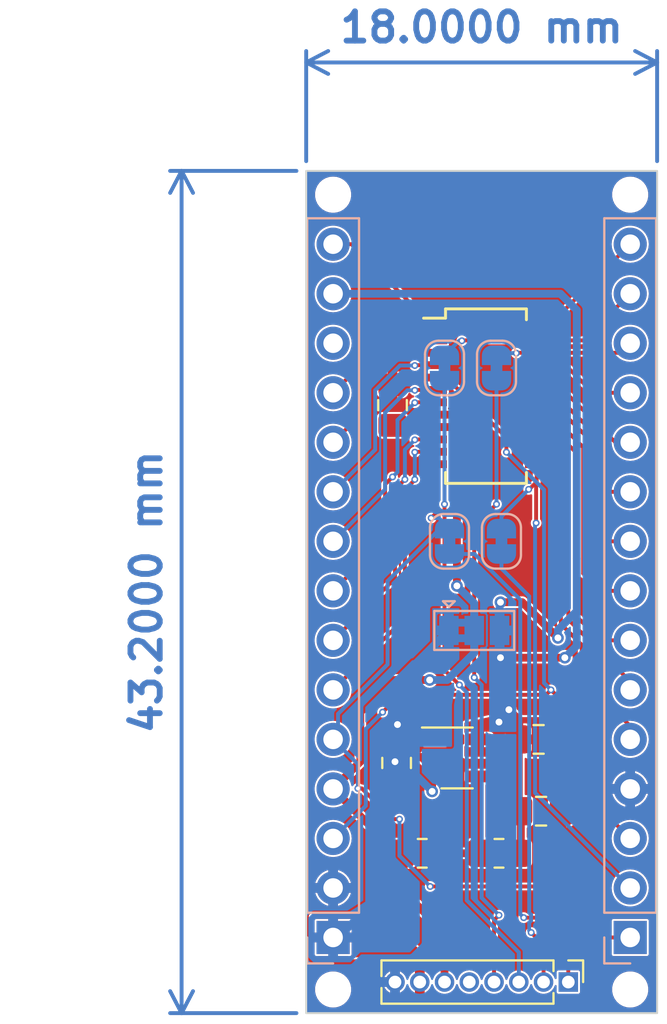
<source format=kicad_pcb>
(kicad_pcb (version 20221018) (generator pcbnew)
  (layers (0 "F.Cu" signal) (31 "B.Cu" signal) (34 "B.Paste" user) (35 "F.Paste" user) (36 "B.SilkS" user "B.Silkscreen") (37 "F.SilkS" user "F.Silkscreen") (38 "B.Mask" user) (39 "F.Mask" user) (44 "Edge.Cuts" user))
  (net 0 "")
  (net 1 "/MCU_V_{IN}")
  (net 2 "GND")
  (net 3 "/V_{IN}")
  (net 4 "Net-(U301-ADJ)")
  (net 5 "/CMS32L032GE24SS/MCU_PIN_1")
  (net 6 "/CMS32L032GE24SS/MCU_PIN_2")
  (net 7 "/CMS32L032GE24SS/MCU_PIN_3")
  (net 8 "/CMS32L032GE24SS/MCU_PIN_4")
  (net 9 "/CMS32L032GE24SS/MCU_PIN_6")
  (net 10 "/CMS32L032GE24SS/MCU_PIN_7")
  (net 11 "/CMS32L032GE24SS/MCU_PIN_10")
  (net 12 "/CMS32L032GE24SS/MCU_PIN_11")
  (net 13 "/CMS32L032GE24SS/MCU_PIN_14")
  (net 14 "/CMS32L032GE24SS/MCU_PIN_15")
  (net 15 "/CMS32L032GE24SS/MCU_PIN_16")
  (net 16 "/CMS32L032GE24SS/MCU_PIN_17")
  (net 17 "/CMS32L032GE24SS/MCU_PIN_18")
  (net 18 "/CMS32L032GE24SS/MCU_PIN_19")
  (net 19 "/CMS32L032GE24SS/MCU_PIN_20")
  (net 20 "/CMS32L032GE24SS/MCU_PIN_21")
  (net 21 "/CMS32L032GE24SS/MCU_PIN_22")
  (net 22 "/CMS32L032GE24SS/MCU_PIN_23")
  (net 23 "/CMS32L032GE24SS/MCU_PIN_24")
  (net 24 "/Regulator_V_{OUT}")
  (net 25 "/MCU_SWDCLK")
  (net 26 "/MCU_SWDIO")
  (net 27 "/UART_TX")
  (net 28 "/UART_RX")
  (net 29 "/MCU_SWO")
  (net 30 "/CMS32L032GE24SS/MCU_PIN_RESET")
  (net 31 "/CMS32L032GE24SS/MCU_PIN_13_UART_RX")
  (net 32 "/CMS32L032GE24SS/MCU_PIN_12_UART_TX")
  (footprint "Connector_PinHeader_1.27mm:PinHeader_1x08_P1.27mm_Vertical" (layer "F.Cu") (at 103.759 90.297 -90)
    (fp_text reference "J105" hide)
    (fp_text value "Connection to DAPLink Board" hide)
    (pad "1" thru_hole rect (at 0 0 270) (size 1 1) (drill 0.65) (layers "*.Cu" "*.Mask") (net 27 "/UART_TX"))
    (pad "2" thru_hole oval (at 0 1.27 270) (size 1 1) (drill 0.65) (layers "*.Cu" "*.Mask") (net 28 "/UART_RX"))
    (pad "3" thru_hole oval (at 0 2.54 270) (size 1 1) (drill 0.65) (layers "*.Cu" "*.Mask") (net 25 "/MCU_SWDCLK"))
    (pad "4" thru_hole oval (at 0 3.81 270) (size 1 1) (drill 0.65) (layers "*.Cu" "*.Mask") (net 26 "/MCU_SWDIO"))
    (pad "5" thru_hole oval (at 0 5.08 270) (size 1 1) (drill 0.65) (layers "*.Cu" "*.Mask") (net 29 "/MCU_SWO"))
    (pad "6" thru_hole oval (at 0 6.35 270) (size 1 1) (drill 0.65) (layers "*.Cu" "*.Mask") (net 1 "/MCU_V_{IN}"))
    (pad "7" thru_hole oval (at 0 7.62 270) (size 1 1) (drill 0.65) (layers "*.Cu" "*.Mask") (net 3 "/V_{IN}"))
    (pad "8" thru_hole oval (at 0 8.89 270) (size 1 1) (drill 0.65) (layers "*.Cu" "*.Mask") (net 2 "GND"))
  )
  (footprint "Capacitor_SMD:C_0805_2012Metric_Pad1.18x1.45mm_HandSolder" (layer "F.Cu") (at 102.362 81.534)
    (fp_text reference "C303" hide)
    (fp_text value "390pF" hide)
    (pad "1" smd roundrect (at -1.0375 0) (size 1.175 1.45) (layers "F.Cu" "F.Paste" "F.Mask") (roundrect_rratio 0.2127659574) (net 24 "/Regulator_V_{OUT}"))
    (pad "2" smd roundrect (at 1.0375 0) (size 1.175 1.45) (layers "F.Cu" "F.Paste" "F.Mask") (roundrect_rratio 0.2127659574) (net 2 "GND"))
  )
  (footprint "IotPi_ArduinoNanoMountingHoles:ArduinoNano_MountingHole" (layer "F.Cu") (at 106.934 49.911)
    (fp_text reference "H102" hide)
    (fp_text value "MountingHole" hide)
    (pad "" np_thru_hole circle locked (at 0 0) (size 1.651 1.651) (drill 1.651) (layers "F&B.Cu" "*.Mask"))
  )
  (footprint "Resistor_SMD:R_0805_2012Metric_Pad1.20x1.40mm_HandSolder" (layer "F.Cu") (at 100.203 83.693)
    (fp_text reference "R301" hide)
    (fp_text value "56K2" hide)
    (pad "1" smd roundrect (at -1 0) (size 1.2 1.4) (layers "F.Cu" "F.Paste" "F.Mask") (roundrect_rratio 0.2083333333) (net 4 "Net-(U301-ADJ)"))
    (pad "2" smd roundrect (at 1 0) (size 1.2 1.4) (layers "F.Cu" "F.Paste" "F.Mask") (roundrect_rratio 0.2083333333) (net 24 "/Regulator_V_{OUT}"))
  )
  (footprint "Resistor_SMD:R_0805_2012Metric_Pad1.20x1.40mm_HandSolder" (layer "F.Cu") (at 96.266 83.693 180)
    (fp_text reference "R302" hide)
    (fp_text value "18K" hide)
    (pad "1" smd roundrect (at -1 0 180) (size 1.2 1.4) (layers "F.Cu" "F.Paste" "F.Mask") (roundrect_rratio 0.2083333333) (net 4 "Net-(U301-ADJ)"))
    (pad "2" smd roundrect (at 1 0 180) (size 1.2 1.4) (layers "F.Cu" "F.Paste" "F.Mask") (roundrect_rratio 0.2083333333) (net 2 "GND"))
  )
  (footprint "Package_SO:SSOP-24_3.9x8.7mm_P0.635mm" (layer "F.Cu") (at 99.535 60.2435)
    (fp_text reference "U101" hide)
    (fp_text value "CMS32L032GE24SS" hide)
    (pad "1" smd rect (at -2.6 -3.4925) (size 1.2 0.4) (layers "F.Cu" "F.Paste" "F.Mask") (net 5 "/CMS32L032GE24SS/MCU_PIN_1"))
    (pad "2" smd rect (at -2.6 -2.8575) (size 1.2 0.4) (layers "F.Cu" "F.Paste" "F.Mask") (net 6 "/CMS32L032GE24SS/MCU_PIN_2"))
    (pad "3" smd rect (at -2.6 -2.2225) (size 1.2 0.4) (layers "F.Cu" "F.Paste" "F.Mask") (net 7 "/CMS32L032GE24SS/MCU_PIN_3"))
    (pad "4" smd rect (at -2.6 -1.5875) (size 1.2 0.4) (layers "F.Cu" "F.Paste" "F.Mask") (net 8 "/CMS32L032GE24SS/MCU_PIN_4"))
    (pad "5" smd rect (at -2.6 -0.9525) (size 1.2 0.4) (layers "F.Cu" "F.Paste" "F.Mask") (net 30 "/CMS32L032GE24SS/MCU_PIN_RESET"))
    (pad "6" smd rect (at -2.6 -0.3175) (size 1.2 0.4) (layers "F.Cu" "F.Paste" "F.Mask") (net 9 "/CMS32L032GE24SS/MCU_PIN_6"))
    (pad "7" smd rect (at -2.6 0.3175) (size 1.2 0.4) (layers "F.Cu" "F.Paste" "F.Mask") (net 10 "/CMS32L032GE24SS/MCU_PIN_7"))
    (pad "8" smd rect (at -2.6 0.9525) (size 1.2 0.4) (layers "F.Cu" "F.Paste" "F.Mask") (net 2 "GND"))
    (pad "9" smd rect (at -2.6 1.5875) (size 1.2 0.4) (layers "F.Cu" "F.Paste" "F.Mask") (net 1 "/MCU_V_{IN}"))
    (pad "10" smd rect (at -2.6 2.2225) (size 1.2 0.4) (layers "F.Cu" "F.Paste" "F.Mask") (net 11 "/CMS32L032GE24SS/MCU_PIN_10"))
    (pad "11" smd rect (at -2.6 2.8575) (size 1.2 0.4) (layers "F.Cu" "F.Paste" "F.Mask") (net 12 "/CMS32L032GE24SS/MCU_PIN_11"))
    (pad "12" smd rect (at -2.6 3.4925) (size 1.2 0.4) (layers "F.Cu" "F.Paste" "F.Mask") (net 32 "/CMS32L032GE24SS/MCU_PIN_12_UART_TX"))
    (pad "13" smd rect (at 2.6 3.4925) (size 1.2 0.4) (layers "F.Cu" "F.Paste" "F.Mask") (net 31 "/CMS32L032GE24SS/MCU_PIN_13_UART_RX"))
    (pad "14" smd rect (at 2.6 2.8575) (size 1.2 0.4) (layers "F.Cu" "F.Paste" "F.Mask") (net 13 "/CMS32L032GE24SS/MCU_PIN_14"))
    (pad "15" smd rect (at 2.6 2.2225) (size 1.2 0.4) (layers "F.Cu" "F.Paste" "F.Mask") (net 14 "/CMS32L032GE24SS/MCU_PIN_15"))
    (pad "16" smd rect (at 2.6 1.5875) (size 1.2 0.4) (layers "F.Cu" "F.Paste" "F.Mask") (net 15 "/CMS32L032GE24SS/MCU_PIN_16"))
    (pad "17" smd rect (at 2.6 0.9525) (size 1.2 0.4) (layers "F.Cu" "F.Paste" "F.Mask") (net 16 "/CMS32L032GE24SS/MCU_PIN_17"))
    (pad "18" smd rect (at 2.6 0.3175) (size 1.2 0.4) (layers "F.Cu" "F.Paste" "F.Mask") (net 17 "/CMS32L032GE24SS/MCU_PIN_18"))
    (pad "19" smd rect (at 2.6 -0.3175) (size 1.2 0.4) (layers "F.Cu" "F.Paste" "F.Mask") (net 18 "/CMS32L032GE24SS/MCU_PIN_19"))
    (pad "20" smd rect (at 2.6 -0.9525) (size 1.2 0.4) (layers "F.Cu" "F.Paste" "F.Mask") (net 19 "/CMS32L032GE24SS/MCU_PIN_20"))
    (pad "21" smd rect (at 2.6 -1.5875) (size 1.2 0.4) (layers "F.Cu" "F.Paste" "F.Mask") (net 20 "/CMS32L032GE24SS/MCU_PIN_21"))
    (pad "22" smd rect (at 2.6 -2.2225) (size 1.2 0.4) (layers "F.Cu" "F.Paste" "F.Mask") (net 21 "/CMS32L032GE24SS/MCU_PIN_22"))
    (pad "23" smd rect (at 2.6 -2.8575) (size 1.2 0.4) (layers "F.Cu" "F.Paste" "F.Mask") (net 22 "/CMS32L032GE24SS/MCU_PIN_23"))
    (pad "24" smd rect (at 2.6 -3.4925) (size 1.2 0.4) (layers "F.Cu" "F.Paste" "F.Mask") (net 23 "/CMS32L032GE24SS/MCU_PIN_24"))
  )
  (footprint "Capacitor_SMD:C_0805_2012Metric_Pad1.18x1.45mm_HandSolder" (layer "F.Cu") (at 94.742 60.706 90)
    (fp_text reference "C101" hide)
    (fp_text value "0.1uF" hide)
    (pad "1" smd roundrect (at -1.0375 0 90) (size 1.175 1.45) (layers "F.Cu" "F.Paste" "F.Mask") (roundrect_rratio 0.2127659574) (net 1 "/MCU_V_{IN}"))
    (pad "2" smd roundrect (at 1.0375 0 90) (size 1.175 1.45) (layers "F.Cu" "F.Paste" "F.Mask") (roundrect_rratio 0.2127659574) (net 2 "GND"))
  )
  (footprint "IotPi_ArduinoNanoMountingHoles:ArduinoNano_MountingHole" (layer "F.Cu") (at 91.694 49.911)
    (fp_text reference "H101" hide)
    (fp_text value "MountingHole" hide)
    (pad "" np_thru_hole circle locked (at 0 0) (size 1.651 1.651) (drill 1.651) (layers "F&B.Cu" "*.Mask"))
  )
  (footprint "IotPi_ArduinoNanoMountingHoles:ArduinoNano_MountingHole" (layer "F.Cu") (at 91.694 90.678)
    (fp_text reference "H103" hide)
    (fp_text value "MountingHole" hide)
    (pad "" np_thru_hole circle locked (at 0 0) (size 1.651 1.651) (drill 1.651) (layers "F&B.Cu" "*.Mask"))
  )
  (footprint "IotPi_ArduinoNanoMountingHoles:ArduinoNano_MountingHole" (layer "F.Cu") (at 106.934 90.678)
    (fp_text reference "H104" hide)
    (fp_text value "MountingHole" hide)
    (pad "" np_thru_hole circle locked (at 0 0) (size 1.651 1.651) (drill 1.651) (layers "F&B.Cu" "*.Mask"))
  )
  (footprint "Package_TO_SOT_SMD:SOT-23-5" (layer "F.Cu") (at 98.0535 78.802)
    (fp_text reference "U301" hide)
    (fp_text value "AP2127K-ADJ" hide)
    (pad "1" smd roundrect (at -1.1375 -0.95) (size 1.325 0.6) (layers "F.Cu" "F.Paste" "F.Mask") (net 3 "/V_{IN}"))
    (pad "2" smd roundrect (at -1.1375 0) (size 1.325 0.6) (layers "F.Cu" "F.Paste" "F.Mask") (net 2 "GND"))
    (pad "3" smd roundrect (at -1.1375 0.95) (size 1.325 0.6) (layers "F.Cu" "F.Paste" "F.Mask") (net 3 "/V_{IN}"))
    (pad "4" smd roundrect (at 1.1375 0.95) (size 1.325 0.6) (layers "F.Cu" "F.Paste" "F.Mask") (net 4 "Net-(U301-ADJ)"))
    (pad "5" smd roundrect (at 1.1375 -0.95) (size 1.325 0.6) (layers "F.Cu" "F.Paste" "F.Mask") (net 24 "/Regulator_V_{OUT}"))
  )
  (footprint "Capacitor_SMD:C_0805_2012Metric_Pad1.18x1.45mm_HandSolder" (layer "F.Cu") (at 94.951 79.059 -90)
    (fp_text reference "C301" hide)
    (fp_text value "1uF" hide)
    (pad "1" smd roundrect (at -1.0375 0 270) (size 1.175 1.45) (layers "F.Cu" "F.Paste" "F.Mask") (roundrect_rratio 0.2127659574) (net 3 "/V_{IN}"))
    (pad "2" smd roundrect (at 1.0375 0 270) (size 1.175 1.45) (layers "F.Cu" "F.Paste" "F.Mask") (roundrect_rratio 0.2127659574) (net 2 "GND"))
  )
  (footprint "Capacitor_SMD:C_0805_2012Metric_Pad1.18x1.45mm_HandSolder" (layer "F.Cu") (at 102.235 77.851)
    (fp_text reference "C302" hide)
    (fp_text value "1uF X5R or X7R MLCC" hide)
    (pad "1" smd roundrect (at -1.0375 0) (size 1.175 1.45) (layers "F.Cu" "F.Paste" "F.Mask") (roundrect_rratio 0.2127659574) (net 24 "/Regulator_V_{OUT}"))
    (pad "2" smd roundrect (at 1.0375 0) (size 1.175 1.45) (layers "F.Cu" "F.Paste" "F.Mask") (roundrect_rratio 0.2127659574) (net 2 "GND"))
  )
  (footprint "Jumper:SolderJumper-2_P1.3mm_Bridged_RoundedPad1.0x1.5mm" (layer "B.Cu") (at 100.33 67.691 -90)
    (fp_text reference "JP205" hide)
    (fp_text value "MCU UART RX Jumper" hide)
    (fp_poly (pts (xy 0.25 0.3) (xy -0.25 0.3) (xy -0.25 -0.3) (xy 0.25 -0.3)) (fill solid) (layer "B.Cu"))
    (pad "1" smd custom (at -0.65 0 270) (size 1 0.5) (layers "B.Cu" "B.Mask") (net 31 "/CMS32L032GE24SS/MCU_PIN_13_UART_RX") (options (clearance outline) (anchor rect)) (primitives (gr_circle (center 0 -0.25) (end 0.5 -0.25) (width 0) (fill yes)) (gr_circle (center 0 0.25) (end 0.5 0.25) (width 0) (fill yes)) (gr_poly (pts (xy 0.5 -0.75) (xy 0 -0.75) (xy 0 0.75) (xy 0.5 0.75)) (width 0) (fill yes))))
    (pad "2" smd custom (at 0.65 0 270) (size 1 0.5) (layers "B.Cu" "B.Mask") (net 28 "/UART_RX") (options (clearance outline) (anchor rect)) (primitives (gr_circle (center 0 -0.25) (end 0.5 -0.25) (width 0) (fill yes)) (gr_circle (center 0 0.25) (end 0.5 0.25) (width 0) (fill yes)) (gr_poly (pts (xy 0 -0.75) (xy -0.5 -0.75) (xy -0.5 0.75) (xy 0 0.75)) (width 0) (fill yes))))
  )
  (footprint "Connector_PinHeader_2.54mm:PinHeader_1x15_P2.54mm_Vertical" (layer "B.Cu") (at 106.934 88.011)
    (fp_text reference "J101" hide)
    (fp_text value "MCU Right Side" hide)
    (pad "1" thru_hole rect locked (at 0 0) (size 1.7 1.7) (drill 1) (layers "*.Cu" "*.Mask") (net 32 "/CMS32L032GE24SS/MCU_PIN_12_UART_TX"))
    (pad "2" thru_hole oval locked (at 0 -2.54) (size 1.7 1.7) (drill 1) (layers "*.Cu" "*.Mask") (net 31 "/CMS32L032GE24SS/MCU_PIN_13_UART_RX"))
    (pad "3" thru_hole oval locked (at 0 -5.08) (size 1.7 1.7) (drill 1) (layers "*.Cu" "*.Mask") (net 30 "/CMS32L032GE24SS/MCU_PIN_RESET"))
    (pad "4" thru_hole oval locked (at 0 -7.62) (size 1.7 1.7) (drill 1) (layers "*.Cu" "*.Mask") (net 2 "GND"))
    (pad "5" thru_hole oval locked (at 0 -10.16) (size 1.7 1.7) (drill 1) (layers "*.Cu" "*.Mask") (net 13 "/CMS32L032GE24SS/MCU_PIN_14"))
    (pad "6" thru_hole oval locked (at 0 -12.7) (size 1.7 1.7) (drill 1) (layers "*.Cu" "*.Mask") (net 14 "/CMS32L032GE24SS/MCU_PIN_15"))
    (pad "7" thru_hole oval locked (at 0 -15.24) (size 1.7 1.7) (drill 1) (layers "*.Cu" "*.Mask") (net 15 "/CMS32L032GE24SS/MCU_PIN_16"))
    (pad "8" thru_hole oval locked (at 0 -17.78) (size 1.7 1.7) (drill 1) (layers "*.Cu" "*.Mask") (net 16 "/CMS32L032GE24SS/MCU_PIN_17"))
    (pad "9" thru_hole oval locked (at 0 -20.32) (size 1.7 1.7) (drill 1) (layers "*.Cu" "*.Mask") (net 17 "/CMS32L032GE24SS/MCU_PIN_18"))
    (pad "10" thru_hole oval locked (at 0 -22.86) (size 1.7 1.7) (drill 1) (layers "*.Cu" "*.Mask") (net 18 "/CMS32L032GE24SS/MCU_PIN_19"))
    (pad "11" thru_hole oval locked (at 0 -25.4) (size 1.7 1.7) (drill 1) (layers "*.Cu" "*.Mask") (net 19 "/CMS32L032GE24SS/MCU_PIN_20"))
    (pad "12" thru_hole oval locked (at 0 -27.94) (size 1.7 1.7) (drill 1) (layers "*.Cu" "*.Mask") (net 20 "/CMS32L032GE24SS/MCU_PIN_21"))
    (pad "13" thru_hole oval locked (at 0 -30.48) (size 1.7 1.7) (drill 1) (layers "*.Cu" "*.Mask") (net 21 "/CMS32L032GE24SS/MCU_PIN_22"))
    (pad "14" thru_hole oval locked (at 0 -33.02) (size 1.7 1.7) (drill 1) (layers "*.Cu" "*.Mask") (net 22 "/CMS32L032GE24SS/MCU_PIN_23"))
    (pad "15" thru_hole oval locked (at 0 -35.56) (size 1.7 1.7) (drill 1) (layers "*.Cu" "*.Mask") (net 23 "/CMS32L032GE24SS/MCU_PIN_24"))
  )
  (footprint "Jumper:SolderJumper-2_P1.3mm_Bridged_RoundedPad1.0x1.5mm" (layer "B.Cu") (at 100.076 58.801 -90)
    (fp_text reference "JP202" hide)
    (fp_text value "SWDIO Jumper" hide)
    (fp_poly (pts (xy 0.25 0.3) (xy -0.25 0.3) (xy -0.25 -0.3) (xy 0.25 -0.3)) (fill solid) (layer "B.Cu"))
    (pad "1" smd custom (at -0.65 0 270) (size 1 0.5) (layers "B.Cu" "B.Mask") (net 21 "/CMS32L032GE24SS/MCU_PIN_22") (options (clearance outline) (anchor rect)) (primitives (gr_circle (center 0 -0.25) (end 0.5 -0.25) (width 0) (fill yes)) (gr_circle (center 0 0.25) (end 0.5 0.25) (width 0) (fill yes)) (gr_poly (pts (xy 0.5 -0.75) (xy 0 -0.75) (xy 0 0.75) (xy 0.5 0.75)) (width 0) (fill yes))))
    (pad "2" smd custom (at 0.65 0 270) (size 1 0.5) (layers "B.Cu" "B.Mask") (net 26 "/MCU_SWDIO") (options (clearance outline) (anchor rect)) (primitives (gr_circle (center 0 -0.25) (end 0.5 -0.25) (width 0) (fill yes)) (gr_circle (center 0 0.25) (end 0.5 0.25) (width 0) (fill yes)) (gr_poly (pts (xy 0 -0.75) (xy -0.5 -0.75) (xy -0.5 0.75) (xy 0 0.75)) (width 0) (fill yes))))
  )
  (footprint "Connector_PinHeader_2.54mm:PinHeader_1x15_P2.54mm_Vertical" (layer "B.Cu") (at 91.694 88.011)
    (fp_text reference "J102" hide)
    (fp_text value "MCU Left Side" hide)
    (pad "1" thru_hole rect locked (at 0 0) (size 1.7 1.7) (drill 1) (layers "*.Cu" "*.Mask") (net 3 "/V_{IN}"))
    (pad "2" thru_hole oval locked (at 0 -2.54) (size 1.7 1.7) (drill 1) (layers "*.Cu" "*.Mask") (net 2 "GND"))
    (pad "3" thru_hole oval locked (at 0 -5.08) (size 1.7 1.7) (drill 1) (layers "*.Cu" "*.Mask") (net 30 "/CMS32L032GE24SS/MCU_PIN_RESET"))
    (pad "4" thru_hole oval locked (at 0 -7.62) (size 1.7 1.7) (drill 1) (layers "*.Cu" "*.Mask") (net 1 "/MCU_V_{IN}"))
    (pad "5" thru_hole oval locked (at 0 -10.16) (size 1.7 1.7) (drill 1) (layers "*.Cu" "*.Mask") (net 32 "/CMS32L032GE24SS/MCU_PIN_12_UART_TX"))
    (pad "6" thru_hole oval locked (at 0 -12.7) (size 1.7 1.7) (drill 1) (layers "*.Cu" "*.Mask") (net 12 "/CMS32L032GE24SS/MCU_PIN_11"))
    (pad "7" thru_hole oval locked (at 0 -15.24) (size 1.7 1.7) (drill 1) (layers "*.Cu" "*.Mask") (net 11 "/CMS32L032GE24SS/MCU_PIN_10"))
    (pad "8" thru_hole oval locked (at 0 -17.78) (size 1.7 1.7) (drill 1) (layers "*.Cu" "*.Mask") (net 10 "/CMS32L032GE24SS/MCU_PIN_7"))
    (pad "9" thru_hole oval locked (at 0 -20.32) (size 1.7 1.7) (drill 1) (layers "*.Cu" "*.Mask") (net 9 "/CMS32L032GE24SS/MCU_PIN_6"))
    (pad "10" thru_hole oval locked (at 0 -22.86) (size 1.7 1.7) (drill 1) (layers "*.Cu" "*.Mask") (net 8 "/CMS32L032GE24SS/MCU_PIN_4"))
    (pad "11" thru_hole oval locked (at 0 -25.4) (size 1.7 1.7) (drill 1) (layers "*.Cu" "*.Mask") (net 7 "/CMS32L032GE24SS/MCU_PIN_3"))
    (pad "12" thru_hole oval locked (at 0 -27.94) (size 1.7 1.7) (drill 1) (layers "*.Cu" "*.Mask") (net 6 "/CMS32L032GE24SS/MCU_PIN_2"))
    (pad "13" thru_hole oval locked (at 0 -30.48) (size 1.7 1.7) (drill 1) (layers "*.Cu" "*.Mask"))
    (pad "14" thru_hole oval locked (at 0 -33.02) (size 1.7 1.7) (drill 1) (layers "*.Cu" "*.Mask") (net 24 "/Regulator_V_{OUT}"))
    (pad "15" thru_hole oval locked (at 0 -35.56) (size 1.7 1.7) (drill 1) (layers "*.Cu" "*.Mask") (net 5 "/CMS32L032GE24SS/MCU_PIN_1"))
  )
  (footprint "Jumper:SolderJumper-2_P1.3mm_Bridged_RoundedPad1.0x1.5mm" (layer "B.Cu") (at 97.663 67.691 -90)
    (fp_text reference "JP204" hide)
    (fp_text value "MCU UART TX Jumper" hide)
    (fp_poly (pts (xy 0.25 0.3) (xy -0.25 0.3) (xy -0.25 -0.3) (xy 0.25 -0.3)) (fill solid) (layer "B.Cu"))
    (pad "1" smd custom (at -0.65 0 270) (size 1 0.5) (layers "B.Cu" "B.Mask") (net 32 "/CMS32L032GE24SS/MCU_PIN_12_UART_TX") (options (clearance outline) (anchor rect)) (primitives (gr_circle (center 0 -0.25) (end 0.5 -0.25) (width 0) (fill yes)) (gr_circle (center 0 0.25) (end 0.5 0.25) (width 0) (fill yes)) (gr_poly (pts (xy 0.5 -0.75) (xy 0 -0.75) (xy 0 0.75) (xy 0.5 0.75)) (width 0) (fill yes))))
    (pad "2" smd custom (at 0.65 0 270) (size 1 0.5) (layers "B.Cu" "B.Mask") (net 27 "/UART_TX") (options (clearance outline) (anchor rect)) (primitives (gr_circle (center 0 -0.25) (end 0.5 -0.25) (width 0) (fill yes)) (gr_circle (center 0 0.25) (end 0.5 0.25) (width 0) (fill yes)) (gr_poly (pts (xy 0 -0.75) (xy -0.5 -0.75) (xy -0.5 0.75) (xy 0 0.75)) (width 0) (fill yes))))
  )
  (footprint "Jumper:SolderJumper-3_P1.3mm_Bridged2Bar12_Pad1.0x1.5mm" (layer "B.Cu") (at 98.933 72.263)
    (fp_text reference "JP101" hide)
    (fp_text value "V_{IN} Jumper" hide)
    (fp_poly (pts (xy -0.9 -0.2) (xy -0.4 -0.2) (xy -0.4 -0.6) (xy -0.9 -0.6)) (fill solid) (layer "B.Cu"))
    (fp_poly (pts (xy -0.9 0.6) (xy -0.4 0.6) (xy -0.4 0.2) (xy -0.9 0.2)) (fill solid) (layer "B.Cu"))
    (pad "1" smd rect (at -1.3 0) (size 1 1.5) (layers "B.Cu" "B.Mask") (net 3 "/V_{IN}"))
    (pad "2" smd rect (at 0 0) (size 1 1.5) (layers "B.Cu" "B.Mask") (net 1 "/MCU_V_{IN}"))
    (pad "3" smd rect (at 1.3 0) (size 1 1.5) (layers "B.Cu" "B.Mask") (net 24 "/Regulator_V_{OUT}"))
  )
  (footprint "Jumper:SolderJumper-2_P1.3mm_Bridged_RoundedPad1.0x1.5mm" (layer "B.Cu") (at 97.409 58.801 -90)
    (fp_text reference "JP201" hide)
    (fp_text value "SWDCLK Jumper" hide)
    (fp_poly (pts (xy 0.25 0.3) (xy -0.25 0.3) (xy -0.25 -0.3) (xy 0.25 -0.3)) (fill solid) (layer "B.Cu"))
    (pad "1" smd custom (at -0.65 0 270) (size 1 0.5) (layers "B.Cu" "B.Mask") (net 22 "/CMS32L032GE24SS/MCU_PIN_23") (options (clearance outline) (anchor rect)) (primitives (gr_circle (center 0 -0.25) (end 0.5 -0.25) (width 0) (fill yes)) (gr_circle (center 0 0.25) (end 0.5 0.25) (width 0) (fill yes)) (gr_poly (pts (xy 0.5 -0.75) (xy 0 -0.75) (xy 0 0.75) (xy 0.5 0.75)) (width 0) (fill yes))))
    (pad "2" smd custom (at 0.65 0 270) (size 1 0.5) (layers "B.Cu" "B.Mask") (net 25 "/MCU_SWDCLK") (options (clearance outline) (anchor rect)) (primitives (gr_circle (center 0 -0.25) (end 0.5 -0.25) (width 0) (fill yes)) (gr_circle (center 0 0.25) (end 0.5 0.25) (width 0) (fill yes)) (gr_poly (pts (xy 0 -0.75) (xy -0.5 -0.75) (xy -0.5 0.75) (xy 0 0.75)) (width 0) (fill yes))))
  )
  (gr_rect locked (start 90.314 48.691) (end 108.314 91.891) (stroke (width 0.1)) (fill none) (layer "Edge.Cuts"))
  (dimension (type aligned) (layer "B.Cu") (pts (xy 90.314 91.891) (xy 90.314 48.691)) (height -6.3924) (gr_text "43.2000 mm" (at 82.1216 70.291 90) (layer "B.Cu") (effects (font (size 1.5 1.5) (thickness 0.3)))) (format (prefix "") (suffix "") (units 3) (units_format 1) (precision 4)) (style (thickness 0.2) (arrow_length 1.27) (text_position_mode 0) (extension_height 0.58642) (extension_offset 0.5) keep_text_aligned))
  (dimension (type aligned) (layer "B.Cu") (pts (xy 90.314 48.691) (xy 108.314 48.691)) (height -5.5618) (gr_text "18.0000 mm" (at 99.314 41.3292) (layer "B.Cu") (effects (font (size 1.5 1.5) (thickness 0.3)))) (format (prefix "") (suffix "") (units 3) (units_format 1) (precision 4)) (style (thickness 0.2) (arrow_length 1.27) (text_position_mode 0) (extension_height 0.58642) (extension_offset 0.5) keep_text_aligned))
  (segment (start 94.8295 61.831) (end 94.742 61.7435) (width 0.4) (layer "F.Cu") (net 1))
  (segment (start 96.935 61.831) (end 94.8295 61.831) (width 0.4) (layer "F.Cu") (net 1))
  (segment (start 91.694 80.391) (end 93.853 82.55) (width 0.4) (layer "F.Cu") (net 1))
  (segment (start 98.044 62.067) (end 97.808 61.831) (width 0.4) (layer "F.Cu") (net 1))
  (segment (start 98.044 69.977) (end 98.044 62.067) (width 0.4) (layer "F.Cu") (net 1))
  (segment (start 93.091 78.994) (end 91.694 80.391) (width 0.4) (layer "F.Cu") (net 1))
  (segment (start 96.647 74.803) (end 94.742 74.803) (width 0.4) (layer "F.Cu") (net 1))
  (segment (start 97.409 87.757) (end 97.409 90.297) (width 0.4) (layer "F.Cu") (net 1))
  (segment (start 93.091 76.454) (end 93.091 78.994) (width 0.4) (layer "F.Cu") (net 1))
  (segment (start 97.808 61.831) (end 96.935 61.831) (width 0.4) (layer "F.Cu") (net 1))
  (segment (start 93.853 82.55) (end 93.853 84.201) (width 0.4) (layer "F.Cu") (net 1))
  (segment (start 93.853 84.201) (end 97.409 87.757) (width 0.4) (layer "F.Cu") (net 1))
  (segment (start 94.742 74.803) (end 93.091 76.454) (width 0.4) (layer "F.Cu") (net 1))
  (via (at 98.044 69.977) (size 0.6) (drill 0.35) (layers "F.Cu" "B.Cu") (net 1))
  (via (at 96.647 74.803) (size 0.6) (drill 0.35) (layers "F.Cu" "B.Cu") (net 1))
  (segment (start 98.933 70.866) (end 98.933 72.263) (width 0.4) (layer "B.Cu") (net 1))
  (segment (start 98.933 72.263) (end 98.933 73.413) (width 0.4) (layer "B.Cu") (net 1))
  (segment (start 97.543 74.803) (end 96.647 74.803) (width 0.4) (layer "B.Cu") (net 1))
  (segment (start 98.933 73.413) (end 97.543 74.803) (width 0.4) (layer "B.Cu") (net 1))
  (segment (start 98.044 69.977) (end 98.933 70.866) (width 0.4) (layer "B.Cu") (net 1))
  (segment (start 96.916 79.752) (end 96.516 79.752) (width 0.4) (layer "F.Cu") (net 3))
  (segment (start 95.1205 77.852) (end 94.951 78.0215) (width 0.4) (layer "F.Cu") (net 3))
  (segment (start 96.774 79.894) (end 96.916 79.752) (width 0.4) (layer "F.Cu") (net 3))
  (segment (start 91.694 88.011) (end 95.123 88.011) (width 0.4) (layer "F.Cu") (net 3))
  (segment (start 94.951 78.187) (end 94.951 78.0215) (width 0.4) (layer "F.Cu") (net 3))
  (segment (start 96.774 80.518) (end 96.774 79.894) (width 0.4) (layer "F.Cu") (net 3))
  (segment (start 96.916 77.852) (end 95.1205 77.852) (width 0.4) (layer "F.Cu") (net 3))
  (segment (start 94.951 78.0215) (end 94.951 78.912) (width 0.4) (layer "F.Cu") (net 3))
  (segment (start 95.123 88.011) (end 96.139 89.027) (width 0.4) (layer "F.Cu") (net 3))
  (segment (start 96.516 79.752) (end 94.951 78.187) (width 0.4) (layer "F.Cu") (net 3))
  (segment (start 94.951 77.134) (end 94.996 77.089) (width 0.4) (layer "F.Cu") (net 3))
  (segment (start 94.951 78.912) (end 94.869 78.994) (width 0.4) (layer "F.Cu") (net 3))
  (segment (start 96.139 89.027) (end 96.139 90.297) (width 0.4) (layer "F.Cu") (net 3))
  (segment (start 94.951 78.0215) (end 94.951 77.134) (width 0.4) (layer "F.Cu") (net 3))
  (via (at 94.869 78.994) (size 0.6) (drill 0.35) (layers "F.Cu" "B.Cu") (net 3))
  (via (at 94.996 77.089) (size 0.6) (drill 0.35) (layers "F.Cu" "B.Cu") (net 3))
  (via (at 96.774 80.518) (size 0.6) (drill 0.35) (layers "F.Cu" "B.Cu") (net 3))
  (segment (start 91.694 88.011) (end 91.948 88.011) (width 0.4) (layer "B.Cu") (net 3))
  (segment (start 94.869 78.994) (end 95.25 78.994) (width 0.4) (layer "B.Cu") (net 3))
  (segment (start 94.996 74.9) (end 97.633 72.263) (width 0.4) (layer "B.Cu") (net 3))
  (segment (start 94.996 77.089) (end 94.996 74.9) (width 0.4) (layer "B.Cu") (net 3))
  (segment (start 93.853 86.106) (end 93.853 79.121) (width 0.4) (layer "B.Cu") (net 3))
  (segment (start 94.869 78.994) (end 93.98 78.994) (width 0.4) (layer "B.Cu") (net 3))
  (segment (start 91.948 88.011) (end 93.853 86.106) (width 0.4) (layer "B.Cu") (net 3))
  (segment (start 95.25 78.994) (end 96.774 80.518) (width 0.4) (layer "B.Cu") (net 3))
  (segment (start 93.98 78.994) (end 93.853 79.121) (width 0.4) (layer "B.Cu") (net 3))
  (segment (start 99.203 83.693) (end 99.203 79.764) (width 0.4) (layer "F.Cu") (net 4))
  (segment (start 99.203 79.764) (end 99.191 79.752) (width 0.4) (layer "F.Cu") (net 4))
  (segment (start 99.203 83.693) (end 97.266 83.693) (width 0.4) (layer "F.Cu") (net 4))
  (segment (start 92.635 52.451) (end 91.694 52.451) (width 0.2) (layer "F.Cu") (net 5))
  (segment (start 96.935 56.751) (end 92.635 52.451) (width 0.2) (layer "F.Cu") (net 5))
  (segment (start 94.379 57.386) (end 91.694 60.071) (width 0.2) (layer "F.Cu") (net 6))
  (segment (start 96.935 57.386) (end 94.379 57.386) (width 0.2) (layer "F.Cu") (net 6))
  (segment (start 96.935 58.021) (end 94.940604 58.021) (width 0.2) (layer "F.Cu") (net 7))
  (segment (start 93.091 61.214) (end 91.694 62.611) (width 0.2) (layer "F.Cu") (net 7))
  (segment (start 94.940604 58.021) (end 93.091 59.870604) (width 0.2) (layer "F.Cu") (net 7))
  (segment (start 93.091 59.870604) (end 93.091 61.214) (width 0.2) (layer "F.Cu") (net 7))
  (segment (start 95.903 58.656) (end 95.885 58.674) (width 0.2) (layer "F.Cu") (net 8))
  (segment (start 96.935 58.656) (end 95.903 58.656) (width 0.2) (layer "F.Cu") (net 8))
  (via (at 95.885 58.674) (size 0.35) (drill 0.2) (layers "F.Cu" "B.Cu") (net 8))
  (segment (start 95.123 58.674) (end 93.853 59.944) (width 0.2) (layer "B.Cu") (net 8))
  (segment (start 93.853 62.992) (end 91.694 65.151) (width 0.2) (layer "B.Cu") (net 8))
  (segment (start 93.853 59.944) (end 93.853 62.992) (width 0.2) (layer "B.Cu") (net 8))
  (segment (start 95.885 58.674) (end 95.123 58.674) (width 0.2) (layer "B.Cu") (net 8))
  (segment (start 96.935 59.926) (end 95.903 59.926) (width 0.2) (layer "F.Cu") (net 9))
  (segment (start 95.903 59.926) (end 95.885 59.944) (width 0.2) (layer "F.Cu") (net 9))
  (via (at 95.885 59.944) (size 0.35) (drill 0.2) (layers "F.Cu" "B.Cu") (net 9))
  (segment (start 94.361 61.087) (end 94.361 65.024) (width 0.2) (layer "B.Cu") (net 9))
  (segment (start 95.504 59.944) (end 94.361 61.087) (width 0.2) (layer "B.Cu") (net 9))
  (segment (start 94.361 65.024) (end 91.694 67.691) (width 0.2) (layer "B.Cu") (net 9))
  (segment (start 95.885 59.944) (end 95.504 59.944) (width 0.2) (layer "B.Cu") (net 9))
  (segment (start 96.935 60.561) (end 95.903 60.561) (width 0.2) (layer "F.Cu") (net 10))
  (segment (start 94.361 67.564) (end 91.694 70.231) (width 0.2) (layer "F.Cu") (net 10))
  (segment (start 94.742 64.389) (end 94.361 64.77) (width 0.2) (layer "F.Cu") (net 10))
  (segment (start 94.361 64.77) (end 94.361 67.564) (width 0.2) (layer "F.Cu") (net 10))
  (segment (start 95.903 60.561) (end 95.885 60.579) (width 0.2) (layer "F.Cu") (net 10))
  (via (at 94.742 64.389) (size 0.35) (drill 0.2) (layers "F.Cu" "B.Cu") (net 10))
  (via (at 95.885 60.579) (size 0.35) (drill 0.2) (layers "F.Cu" "B.Cu") (net 10))
  (segment (start 94.996 61.468) (end 94.996 64.135) (width 0.2) (layer "B.Cu") (net 10))
  (segment (start 94.996 64.135) (end 94.742 64.389) (width 0.2) (layer "B.Cu") (net 10))
  (segment (start 95.885 60.579) (end 94.996 61.468) (width 0.2) (layer "B.Cu") (net 10))
  (segment (start 95.377 64.516) (end 94.869 65.024) (width 0.2) (layer "F.Cu") (net 11))
  (segment (start 96.935 62.466) (end 95.903 62.466) (width 0.2) (layer "F.Cu") (net 11))
  (segment (start 95.903 62.466) (end 95.885 62.484) (width 0.2) (layer "F.Cu") (net 11))
  (segment (start 94.869 69.596) (end 91.694 72.771) (width 0.2) (layer "F.Cu") (net 11))
  (segment (start 94.869 65.024) (end 94.869 69.596) (width 0.2) (layer "F.Cu") (net 11))
  (via (at 95.377 64.516) (size 0.35) (drill 0.2) (layers "F.Cu" "B.Cu") (net 11))
  (via (at 95.885 62.484) (size 0.35) (drill 0.2) (layers "F.Cu" "B.Cu") (net 11))
  (segment (start 95.885 62.484) (end 95.377 62.992) (width 0.2) (layer "B.Cu") (net 11))
  (segment (start 95.377 62.992) (end 95.377 64.516) (width 0.2) (layer "B.Cu") (net 11))
  (segment (start 95.377 71.628) (end 91.694 75.311) (width 0.2) (layer "F.Cu") (net 12))
  (segment (start 95.885 64.516) (end 95.885 64.538331) (width 0.2) (layer "F.Cu") (net 12))
  (segment (start 95.885 64.538331) (end 95.377 65.046331) (width 0.2) (layer "F.Cu") (net 12))
  (segment (start 95.903 63.101) (end 95.885 63.119) (width 0.2) (layer "F.Cu") (net 12))
  (segment (start 95.377 65.046331) (end 95.377 71.628) (width 0.2) (layer "F.Cu") (net 12))
  (segment (start 96.935 63.101) (end 95.903 63.101) (width 0.2) (layer "F.Cu") (net 12))
  (via (at 95.885 63.119) (size 0.35) (drill 0.2) (layers "F.Cu" "B.Cu") (net 12))
  (via (at 95.885 64.516) (size 0.35) (drill 0.2) (layers "F.Cu" "B.Cu") (net 12))
  (segment (start 95.885 63.119) (end 95.885 64.516) (width 0.2) (layer "B.Cu") (net 12))
  (segment (start 104.4448 72.9996) (end 104.4448 74.676) (width 0.2) (layer "F.Cu") (net 13))
  (segment (start 102.7 63.101) (end 103.378 63.779) (width 0.2) (layer "F.Cu") (net 13))
  (segment (start 104.4448 74.676) (end 106.934 77.1652) (width 0.2) (layer "F.Cu") (net 13))
  (segment (start 102.135 63.101) (end 102.7 63.101) (width 0.2) (layer "F.Cu") (net 13))
  (segment (start 106.934 77.1652) (end 106.934 77.851) (width 0.2) (layer "F.Cu") (net 13))
  (segment (start 103.378 71.9328) (end 104.4448 72.9996) (width 0.2) (layer "F.Cu") (net 13))
  (segment (start 103.378 63.779) (end 103.378 71.9328) (width 0.2) (layer "F.Cu") (net 13))
  (segment (start 106.934 74.8792) (end 106.934 75.311) (width 0.2) (layer "F.Cu") (net 14))
  (segment (start 103.759 71.7042) (end 106.934 74.8792) (width 0.2) (layer "F.Cu") (net 14))
  (segment (start 102.135 62.466) (end 102.935 62.466) (width 0.2) (layer "F.Cu") (net 14))
  (segment (start 102.935 62.466) (end 103.759 63.29) (width 0.2) (layer "F.Cu") (net 14))
  (segment (start 103.759 63.29) (end 103.759 71.7042) (width 0.2) (layer "F.Cu") (net 14))
  (segment (start 102.852 61.831) (end 104.14 63.119) (width 0.2) (layer "F.Cu") (net 15))
  (segment (start 102.135 61.831) (end 102.852 61.831) (width 0.2) (layer "F.Cu") (net 15))
  (segment (start 104.14 63.119) (end 104.14 71.501) (width 0.2) (layer "F.Cu") (net 15))
  (segment (start 105.41 72.771) (end 106.934 72.771) (width 0.2) (layer "F.Cu") (net 15))
  (segment (start 104.14 71.501) (end 105.41 72.771) (width 0.2) (layer "F.Cu") (net 15))
  (segment (start 102.135 61.196) (end 102.852 61.196) (width 0.2) (layer "F.Cu") (net 16))
  (segment (start 102.852 61.196) (end 104.521 62.865) (width 0.2) (layer "F.Cu") (net 16))
  (segment (start 104.521 62.865) (end 104.521 69.342) (width 0.2) (layer "F.Cu") (net 16))
  (segment (start 104.521 69.342) (end 105.41 70.231) (width 0.2) (layer "F.Cu") (net 16))
  (segment (start 105.41 70.231) (end 106.934 70.231) (width 0.2) (layer "F.Cu") (net 16))
  (segment (start 102.135 60.561) (end 102.935 60.561) (width 0.2) (layer "F.Cu") (net 17))
  (segment (start 104.902 66.929) (end 105.664 67.691) (width 0.2) (layer "F.Cu") (net 17))
  (segment (start 104.902 62.528) (end 104.902 66.929) (width 0.2) (layer "F.Cu") (net 17))
  (segment (start 102.935 60.561) (end 104.902 62.528) (width 0.2) (layer "F.Cu") (net 17))
  (segment (start 105.664 67.691) (end 106.934 67.691) (width 0.2) (layer "F.Cu") (net 17))
  (segment (start 102.135 59.926) (end 102.852 59.926) (width 0.2) (layer "F.Cu") (net 18))
  (segment (start 105.283 64.516) (end 105.918 65.151) (width 0.2) (layer "F.Cu") (net 18))
  (segment (start 105.283 62.357) (end 105.283 64.516) (width 0.2) (layer "F.Cu") (net 18))
  (segment (start 102.852 59.926) (end 105.283 62.357) (width 0.2) (layer "F.Cu") (net 18))
  (segment (start 105.918 65.151) (end 106.934 65.151) (width 0.2) (layer "F.Cu") (net 18))
  (segment (start 102.135 59.291) (end 102.852 59.291) (width 0.2) (layer "F.Cu") (net 19))
  (segment (start 106.172 62.611) (end 106.934 62.611) (width 0.2) (layer "F.Cu") (net 19))
  (segment (start 102.852 59.291) (end 106.172 62.611) (width 0.2) (layer "F.Cu") (net 19))
  (segment (start 105.029 60.071) (end 106.934 60.071) (width 0.2) (layer "F.Cu") (net 20))
  (segment (start 103.614 58.656) (end 105.029 60.071) (width 0.2) (layer "F.Cu") (net 20))
  (segment (start 102.135 58.656) (end 103.614 58.656) (width 0.2) (layer "F.Cu") (net 20))
  (segment (start 102.135 58.021) (end 101.11 58.021) (width 0.2) (layer "F.Cu") (net 21))
  (segment (start 106.444 58.021) (end 106.934 57.531) (width 0.2) (layer "F.Cu") (net 21))
  (segment (start 101.11 58.021) (end 101.092 58.039) (width 0.2) (layer "F.Cu") (net 21))
  (segment (start 102.135 58.021) (end 106.444 58.021) (width 0.2) (layer "F.Cu") (net 21))
  (via (at 101.092 58.039) (size 0.35) (drill 0.2) (layers "F.Cu" "B.Cu") (net 21))
  (segment (start 100.188 58.039) (end 100.076 58.151) (width 0.2) (layer "B.Cu") (net 21))
  (segment (start 101.092 58.039) (end 100.188 58.039) (width 0.2) (layer "B.Cu") (net 21))
  (segment (start 102.135 57.386) (end 104.539 57.386) (width 0.2) (layer "F.Cu") (net 22))
  (segment (start 104.539 57.386) (end 106.934 54.991) (width 0.2) (layer "F.Cu") (net 22))
  (segment (start 98.316 57.386) (end 98.298 57.404) (width 0.2) (layer "F.Cu") (net 22))
  (segment (start 102.135 57.386) (end 98.316 57.386) (width 0.2) (layer "F.Cu") (net 22))
  (via (at 98.298 57.404) (size 0.35) (drill 0.2) (layers "F.Cu" "B.Cu") (net 22))
  (segment (start 98.156 57.404) (end 97.409 58.151) (width 0.2) (layer "B.Cu") (net 22))
  (segment (start 98.298 57.404) (end 98.156 57.404) (width 0.2) (layer "B.Cu") (net 22))
  (segment (start 102.634 56.751) (end 106.934 52.451) (width 0.2) (layer "F.Cu") (net 23))
  (segment (start 102.135 56.751) (end 102.634 56.751) (width 0.2) (layer "F.Cu") (net 23))
  (segment (start 100.711 76.327) (end 101.1975 76.8135) (width 0.4) (layer "F.Cu") (net 24))
  (segment (start 101.219 81.4285) (end 101.3245 81.534) (width 0.4) (layer "F.Cu") (net 24))
  (segment (start 101.1975 76.8135) (end 101.1975 77.851) (width 0.4) (layer "F.Cu") (net 24))
  (segment (start 101.3968 70.8152) (end 103.2256 72.644) (width 0.4) (layer "F.Cu") (net 24))
  (segment (start 101.3245 83.5715) (end 101.203 83.693) (width 0.4) (layer "F.Cu") (net 24))
  (segment (start 101.219 77.7455) (end 101.219 81.4285) (width 0.4) (layer "F.Cu") (net 24))
  (segment (start 101.1125 77.852) (end 101.219 77.7455) (width 0.4) (layer "F.Cu") (net 24))
  (segment (start 100.2792 70.8152) (end 101.3968 70.8152) (width 0.4) (layer "F.Cu") (net 24))
  (segment (start 103.5812 73.66) (end 100.2792 73.66) (width 0.4) (layer "F.Cu") (net 24))
  (segment (start 101.3245 81.534) (end 101.3245 83.5715) (width 0.4) (layer "F.Cu") (net 24))
  (segment (start 101.1975 77.851) (end 101.092 77.851) (width 0.4) (layer "F.Cu") (net 24))
  (segment (start 101.092 77.851) (end 100.203 76.962) (width 0.4) (layer "F.Cu") (net 24))
  (via (at 100.2792 70.8152) (size 0.6) (drill 0.35) (layers "F.Cu" "B.Cu") (net 24))
  (via (at 103.2256 72.644) (size 0.6) (drill 0.35) (layers "F.Cu" "B.Cu") (net 24))
  (via (at 103.5812 73.66) (size 0.6) (drill 0.35) (layers "F.Cu" "B.Cu") (net 24))
  (via (at 100.2792 73.66) (size 0.6) (drill 0.35) (layers "F.Cu" "B.Cu") (net 24))
  (via (at 100.711 76.327) (size 0.6) (drill 0.35) (layers "F.Cu" "B.Cu") (net 24))
  (via (at 100.203 76.962) (size 0.6) (drill 0.35) (layers "F.Cu" "B.Cu") (net 24))
  (segment (start 103.2256 72.644) (end 103.2256 72.2376) (width 0.4) (layer "B.Cu") (net 24))
  (segment (start 104.1908 55.8292) (end 104.1908 68.58) (width 0.4) (layer "B.Cu") (net 24))
  (segment (start 100.2792 73.66) (end 100.2792 72.3092) (width 0.4) (layer "B.Cu") (net 24))
  (segment (start 104.1908 73.0504) (end 103.5812 73.66) (width 0.4) (layer "B.Cu") (net 24))
  (segment (start 91.694 54.991) (end 103.3526 54.991) (width 0.4) (layer "B.Cu") (net 24))
  (segment (start 100.233 70.8614) (end 100.2792 70.8152) (width 0.4) (layer "B.Cu") (net 24))
  (segment (start 100.233 72.263) (end 100.233 70.8614) (width 0.4) (layer "B.Cu") (net 24))
  (segment (start 103.3526 54.991) (end 104.0384 55.6768) (width 0.4) (layer "B.Cu") (net 24))
  (segment (start 103.2256 72.2376) (end 104.1908 71.2724) (width 0.4) (layer "B.Cu") (net 24))
  (segment (start 104.1908 71.2724) (end 104.1908 73.0504) (width 0.4) (layer "B.Cu") (net 24))
  (segment (start 104.1908 68.58) (end 104.1908 71.2724) (width 0.4) (layer "B.Cu") (net 24))
  (segment (start 100.2792 72.3092) (end 100.233 72.263) (width 0.4) (layer "B.Cu") (net 24))
  (segment (start 104.0384 55.6768) (end 104.1908 55.8292) (width 0.4) (layer "B.Cu") (net 24))
  (segment (start 97.409 74.295) (end 97.409 65.786) (width 0.2) (layer "F.Cu") (net 25))
  (segment (start 98.171 75.057) (end 97.409 74.295) (width 0.2) (layer "F.Cu") (net 25))
  (via (at 98.171 75.057) (size 0.35) (drill 0.2) (layers "F.Cu" "B.Cu") (net 25))
  (via (at 97.409 65.786) (size 0.35) (drill 0.2) (layers "F.Cu" "B.Cu") (net 25))
  (segment (start 98.552 86.106) (end 101.219 88.773) (width 0.2) (layer "B.Cu") (net 25))
  (segment (start 98.552 75.438) (end 98.552 86.106) (width 0.2) (layer "B.Cu") (net 25))
  (segment (start 98.171 75.057) (end 98.552 75.438) (width 0.2) (layer "B.Cu") (net 25))
  (segment (start 101.219 88.773) (end 101.219 90.297) (width 0.2) (layer "B.Cu") (net 25))
  (segment (start 97.409 59.451) (end 97.409 65.786) (width 0.2) (layer "B.Cu") (net 25))
  (segment (start 99.949 87.122) (end 99.949 90.297) (width 0.2) (layer "F.Cu") (net 26))
  (segment (start 98.933 66.929) (end 100.076 65.786) (width 0.2) (layer "F.Cu") (net 26))
  (segment (start 100.203 86.868) (end 99.949 87.122) (width 0.2) (layer "F.Cu") (net 26))
  (segment (start 98.933 74.676) (end 98.933 66.929) (width 0.2) (layer "F.Cu") (net 26))
  (via (at 100.203 86.868) (size 0.35) (drill 0.2) (layers "F.Cu" "B.Cu") (net 26))
  (via (at 98.933 74.676) (size 0.35) (drill 0.2) (layers "F.Cu" "B.Cu") (net 26))
  (via (at 100.076 65.786) (size 0.35) (drill 0.2) (layers "F.Cu" "B.Cu") (net 26))
  (segment (start 100.076 59.451) (end 100.076 65.786) (width 0.2) (layer "B.Cu") (net 26))
  (segment (start 99.314 85.979) (end 100.203 86.868) (width 0.2) (layer "B.Cu") (net 26))
  (segment (start 98.933 74.676) (end 99.314 75.057) (width 0.2) (layer "B.Cu") (net 26))
  (segment (start 99.314 75.057) (end 99.314 85.979) (width 0.2) (layer "B.Cu") (net 26))
  (segment (start 101.473 86.995) (end 102.489 86.995) (width 0.2) (layer "F.Cu") (net 27))
  (segment (start 103.759 88.265) (end 103.759 90.297) (width 0.2) (layer "F.Cu") (net 27))
  (segment (start 102.489 86.995) (end 103.759 88.265) (width 0.2) (layer "F.Cu") (net 27))
  (via (at 101.473 86.995) (size 0.35) (drill 0.2) (layers "F.Cu" "B.Cu") (net 27))
  (segment (start 101.2952 70.6882) (end 101.2952 86.8172) (width 0.2) (layer "B.Cu") (net 27))
  (segment (start 101.2952 86.8172) (end 101.473 86.995) (width 0.2) (layer "B.Cu") (net 27))
  (segment (start 97.663 68.341) (end 98.948 68.341) (width 0.2) (layer "B.Cu") (net 27))
  (segment (start 98.948 68.341) (end 101.2952 70.6882) (width 0.2) (layer "B.Cu") (net 27))
  (segment (start 102.489 88.392) (end 102.489 90.297) (width 0.2) (layer "F.Cu") (net 28))
  (segment (start 101.854 87.757) (end 102.489 88.392) (width 0.2) (layer "F.Cu") (net 28))
  (via (at 101.854 87.757) (size 0.35) (drill 0.2) (layers "F.Cu" "B.Cu") (net 28))
  (segment (start 101.7524 87.245931) (end 101.848 87.150331) (width 0.2) (layer "B.Cu") (net 28))
  (segment (start 100.33 69.088) (end 100.33 68.341) (width 0.2) (layer "B.Cu") (net 28))
  (segment (start 101.848 86.839669) (end 101.7524 86.744069) (width 0.2) (layer "B.Cu") (net 28))
  (segment (start 101.848 87.150331) (end 101.848 86.839669) (width 0.2) (layer "B.Cu") (net 28))
  (segment (start 101.7524 70.5104) (end 100.33 69.088) (width 0.2) (layer "B.Cu") (net 28))
  (segment (start 101.854 87.757) (end 101.7524 87.6554) (width 0.2) (layer "B.Cu") (net 28))
  (segment (start 101.7524 87.6554) (end 101.7524 87.245931) (width 0.2) (layer "B.Cu") (net 28))
  (segment (start 101.7524 86.744069) (end 101.7524 70.5104) (width 0.2) (layer "B.Cu") (net 28))
  (segment (start 106.934 82.931) (end 104.648 80.645) (width 0.2) (layer "F.Cu") (net 30))
  (segment (start 94.234 76.454) (end 95.123 75.565) (width 0.2) (layer "F.Cu") (net 30))
  (segment (start 102.616 75.565) (end 102.87 75.311) (width 0.2) (layer "F.Cu") (net 30))
  (segment (start 100.584 63.119) (end 100.584 62.375) (width 0.2) (layer "F.Cu") (net 30))
  (segment (start 104.648 80.645) (end 104.648 77.089) (width 0.2) (layer "F.Cu") (net 30))
  (segment (start 97.5 59.291) (end 96.935 59.291) (width 0.2) (layer "F.Cu") (net 30))
  (segment (start 104.648 77.089) (end 102.87 75.311) (width 0.2) (layer "F.Cu") (net 30))
  (segment (start 95.123 75.565) (end 102.616 75.565) (width 0.2) (layer "F.Cu") (net 30))
  (segment (start 100.584 62.375) (end 97.5 59.291) (width 0.2) (layer "F.Cu") (net 30))
  (via (at 100.584 63.119) (size 0.35) (drill 0.2) (layers "F.Cu" "B.Cu") (net 30))
  (via (at 94.234 76.454) (size 0.35) (drill 0.2) (layers "F.Cu" "B.Cu") (net 30))
  (via (at 102.87 75.311) (size 0.35) (drill 0.2) (layers "F.Cu" "B.Cu") (net 30))
  (segment (start 93.3704 81.2546) (end 91.694 82.931) (width 0.2) (layer "B.Cu") (net 30))
  (segment (start 102.5144 65.0494) (end 102.5144 74.9554) (width 0.2) (layer "B.Cu") (net 30))
  (segment (start 102.5144 74.9554) (end 102.87 75.311) (width 0.2) (layer "B.Cu") (net 30))
  (segment (start 93.3704 77.3176) (end 93.3704 81.2546) (width 0.2) (layer "B.Cu") (net 30))
  (segment (start 100.584 63.119) (end 102.5144 65.0494) (width 0.2) (layer "B.Cu") (net 30))
  (segment (start 94.234 76.454) (end 93.3704 77.3176) (width 0.2) (layer "B.Cu") (net 30))
  (segment (start 102.108 64.67) (end 102.135 64.643) (width 0.2) (layer "F.Cu") (net 31))
  (segment (start 102.135 63.736) (end 102.135 64.643) (width 0.2) (layer "F.Cu") (net 31))
  (segment (start 102.108 66.7512) (end 102.108 64.67) (width 0.2) (layer "F.Cu") (net 31))
  (segment (start 101.754 65.024) (end 102.135 64.643) (width 0.2) (layer "F.Cu") (net 31))
  (segment (start 101.727 65.024) (end 101.754 65.024) (width 0.2) (layer "F.Cu") (net 31))
  (via (at 101.727 65.024) (size 0.35) (drill 0.2) (layers "F.Cu" "B.Cu") (net 31))
  (via (at 102.108 66.7512) (size 0.35) (drill 0.2) (layers "F.Cu" "B.Cu") (net 31))
  (segment (start 100.33 66.421) (end 101.727 65.024) (width 0.2) (layer "B.Cu") (net 31))
  (segment (start 102.108 66.7512) (end 102.0524 66.8068) (width 0.2) (layer "B.Cu") (net 31))
  (segment (start 100.33 67.041) (end 100.33 66.421) (width 0.2) (layer "B.Cu") (net 31))
  (segment (start 102.0524 80.5894) (end 106.934 85.471) (width 0.2) (layer "B.Cu") (net 31))
  (segment (start 102.0524 66.8068) (end 102.0524 80.5894) (width 0.2) (layer "B.Cu") (net 31))
  (segment (start 103.0224 85.6488) (end 102.7684 85.3948) (width 0.2) (layer "F.Cu") (net 32))
  (segment (start 102.7684 85.3948) (end 96.6724 85.3948) (width 0.2) (layer "F.Cu") (net 32))
  (segment (start 94.742 81.9404) (end 95.0976 81.9404) (width 0.2) (layer "F.Cu") (net 32))
  (segment (start 96.935 66.2854) (end 96.7232 66.4972) (width 0.2) (layer "F.Cu") (net 32))
  (segment (start 96.935 63.736) (end 96.935 66.2854) (width 0.2) (layer "F.Cu") (net 32))
  (segment (start 92.964 80.3656) (end 93.1672 80.3656) (width 0.2) (layer "F.Cu") (net 32))
  (segment (start 93.1672 80.3656) (end 94.742 81.9404) (width 0.2) (layer "F.Cu") (net 32))
  (segment (start 106.934 88.011) (end 105.3846 88.011) (width 0.2) (layer "F.Cu") (net 32))
  (segment (start 105.3846 88.011) (end 103.0224 85.6488) (width 0.2) (layer "F.Cu") (net 32))
  (via (at 92.964 80.3656) (size 0.35) (drill 0.2) (layers "F.Cu" "B.Cu") (net 32))
  (via (at 96.6724 85.3948) (size 0.35) (drill 0.2) (layers "F.Cu" "B.Cu") (net 32))
  (via (at 95.0976 81.9404) (size 0.35) (drill 0.2) (layers "F.Cu" "B.Cu") (net 32))
  (via (at 96.7232 66.4972) (size 0.35) (drill 0.2) (layers "F.Cu" "B.Cu") (net 32))
  (segment (start 95.0976 83.82) (end 95.0976 81.9404) (width 0.2) (layer "B.Cu") (net 32))
  (segment (start 94.488 69.729156) (end 94.488 74.001925) (width 0.2) (layer "B.Cu") (net 32))
  (segment (start 91.694 77.851) (end 92.964 79.121) (width 0.2) (layer "B.Cu") (net 32))
  (segment (start 91.948 76.541925) (end 91.948 77.597) (width 0.2) (layer "B.Cu") (net 32))
  (segment (start 92.964 79.121) (end 92.964 80.3656) (width 0.2) (layer "B.Cu") (net 32))
  (segment (start 97.176156 67.041) (end 94.488 69.729156) (width 0.2) (layer "B.Cu") (net 32))
  (segment (start 97.663 67.041) (end 97.176156 67.041) (width 0.2) (layer "B.Cu") (net 32))
  (segment (start 96.7232 66.4972) (end 97.1192 66.4972) (width 0.2) (layer "B.Cu") (net 32))
  (segment (start 94.488 74.001925) (end 91.948 76.541925) (width 0.2) (layer "B.Cu") (net 32))
  (segment (start 97.1192 66.4972) (end 97.663 67.041) (width 0.2) (layer "B.Cu") (net 32))
  (segment (start 91.948 77.597) (end 91.694 77.851) (width 0.2) (layer "B.Cu") (net 32))
  (segment (start 96.6724 85.3948) (end 95.0976 83.82) (width 0.2) (layer "B.Cu") (net 32))
  (zone (net 24) (net_name "/Regulator_V_{OUT}") (layer "F.Cu") (name "RegV_{OUT}") (priority 20) (connect_pads (clearance 0.1)) (min_thickness 0.1) (fill yes (thermal_gap 0.1) (thermal_bridge_width 0.5))
    (polygon (pts (xy 98.425 76.990222) (xy 99.695 76.708) (xy 102.489 76.708) (xy 102.489 78.74) (xy 98.425 78.74)))
  )
  (zone (net 3) (net_name "/V_{IN}") (layer "F.Cu") (name "V_{IN}") (priority 10) (connect_pads (clearance 0.1)) (min_thickness 0.1) (fill yes (thermal_gap 0.1) (thermal_bridge_width 0.5))
    (polygon (pts (xy 95.504 91.059) (xy 95.504 89.281) (xy 95.25 89.027) (xy 94.107 89.027) (xy 90.551 89.027) (xy 90.553797 87.63) (xy 90.555323 86.868) (xy 94.361 86.868) (xy 96.774 89.281) (xy 96.774 91.059)))
  )
  (zone (net 2) (net_name "GND") (layers "F&B.Cu") (name "Ground") (priority 1) (connect_pads (clearance 0.1)) (min_thickness 0.1) (fill yes (thermal_gap 0.1) (thermal_bridge_width 0.5))
    (polygon (pts (xy 89.535 48.133) (xy 89.535 92.455581) (xy 108.808771 92.423683) (xy 108.838999 48.133)))
  )
  (zone (net 24) (net_name "/Regulator_V_{OUT}") (layer "B.Cu") (name "V_{IN}") (priority 20) (connect_pads (clearance 0.1)) (min_thickness 0.1) (fill yes (thermal_gap 0.1) (thermal_bridge_width 0.5))
    (polygon (pts (xy 99.695 71.12) (xy 99.695 77.47) (xy 101.092 77.47) (xy 101.092 71.12)))
  )
  (zone (net 3) (net_name "/V_{IN}") (layer "B.Cu") (name "V_{IN}") (priority 10) (connect_pads (clearance 0.1)) (min_thickness 0.1) (fill yes (thermal_gap 0.1) (thermal_bridge_width 0.5))
    (polygon (pts (xy 93.345 76.962) (xy 97.79 76.962) (xy 97.79 78.232) (xy 96.139 78.232) (xy 96.139 79.121) (xy 96.139 88.265) (xy 95.631 88.773) (xy 93.091 88.773) (xy 92.583 89.281) (xy 90.678 89.281) (xy 90.424 89.027) (xy 90.424 86.995) (xy 90.678 86.741) (xy 92.456 86.741) (xy 93.345 86.175273)))
  )
  (zone (net 3) (net_name "/V_{IN}") (layer "B.Cu") (name "V_{IN}") (priority 10) (connect_pads (clearance 0.1)) (min_thickness 0.1) (fill yes (thermal_gap 0.1) (thermal_bridge_width 0.5))
    (polygon (pts (xy 93.345 78.867) (xy 93.345 76.2) (xy 95.758 73.787) (xy 96.393 73.787) (xy 96.774 73.279) (xy 96.774 71.12) (xy 98.171 71.12) (xy 98.171 74.041) (xy 97.79 76.073) (xy 97.79 76.581) (xy 97.79 78.105) (xy 96.012 78.105) (xy 95.631 78.486) (xy 95.631 78.867)))
  )
)
</source>
